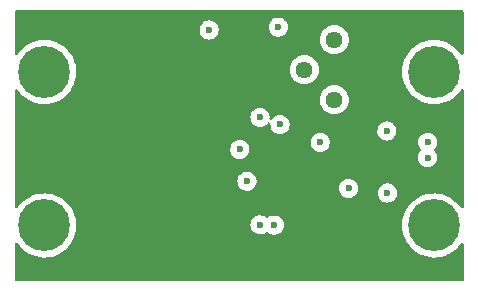
<source format=gbr>
%TF.GenerationSoftware,KiCad,Pcbnew,(6.0.4-0)*%
%TF.CreationDate,2023-08-08T10:08:01-06:00*%
%TF.ProjectId,howland,686f776c-616e-4642-9e6b-696361645f70,rev?*%
%TF.SameCoordinates,Original*%
%TF.FileFunction,Copper,L3,Inr*%
%TF.FilePolarity,Positive*%
%FSLAX46Y46*%
G04 Gerber Fmt 4.6, Leading zero omitted, Abs format (unit mm)*
G04 Created by KiCad (PCBNEW (6.0.4-0)) date 2023-08-08 10:08:01*
%MOMM*%
%LPD*%
G01*
G04 APERTURE LIST*
%TA.AperFunction,ComponentPad*%
%ADD10C,0.700000*%
%TD*%
%TA.AperFunction,ComponentPad*%
%ADD11C,4.400000*%
%TD*%
%TA.AperFunction,ComponentPad*%
%ADD12C,1.440000*%
%TD*%
%TA.AperFunction,ViaPad*%
%ADD13C,0.600000*%
%TD*%
G04 APERTURE END LIST*
D10*
%TO.N,GNDPWR*%
%TO.C,MH1*%
X101350000Y-84000000D03*
X103000000Y-82350000D03*
X104166726Y-85166726D03*
X104166726Y-82833274D03*
D11*
X103000000Y-84000000D03*
D10*
X104650000Y-84000000D03*
X101833274Y-82833274D03*
X101833274Y-85166726D03*
X103000000Y-85650000D03*
%TD*%
D11*
%TO.N,GNDPWR*%
%TO.C,MH2*%
X136000000Y-84000000D03*
D10*
X137166726Y-82833274D03*
X134350000Y-84000000D03*
X137650000Y-84000000D03*
X137166726Y-85166726D03*
X136000000Y-82350000D03*
X136000000Y-85650000D03*
X134833274Y-85166726D03*
X134833274Y-82833274D03*
%TD*%
%TO.N,GNDPWR*%
%TO.C,MH3*%
X101833274Y-98166726D03*
D11*
X103000000Y-97000000D03*
D10*
X104166726Y-98166726D03*
X101833274Y-95833274D03*
X104166726Y-95833274D03*
X103000000Y-95350000D03*
X104650000Y-97000000D03*
X101350000Y-97000000D03*
X103000000Y-98650000D03*
%TD*%
D11*
%TO.N,GNDPWR*%
%TO.C,MH4*%
X136000000Y-97000000D03*
D10*
X134833274Y-95833274D03*
X134350000Y-97000000D03*
X137650000Y-97000000D03*
X136000000Y-95350000D03*
X137166726Y-98166726D03*
X137166726Y-95833274D03*
X134833274Y-98166726D03*
X136000000Y-98650000D03*
%TD*%
D12*
%TO.N,Net-(R7-Pad2)*%
%TO.C,RV1*%
X127550000Y-86350000D03*
%TO.N,Net-(RV1-Pad2)*%
X125010000Y-83810000D03*
%TO.N,Net-(R8-Pad1)*%
X127550000Y-81270000D03*
%TD*%
D13*
%TO.N,GND*%
X127650000Y-83850000D03*
X131050000Y-86650000D03*
X136950000Y-80550000D03*
X132908411Y-81708411D03*
X135250000Y-88700989D03*
X112250000Y-80250000D03*
X132050000Y-92200000D03*
X112650000Y-88750000D03*
X137250000Y-89250000D03*
X123350000Y-94750000D03*
X116150000Y-89150000D03*
X112650000Y-93650000D03*
X127650000Y-91550000D03*
X134450000Y-93050000D03*
%TO.N,+3V3*%
X116950000Y-80450000D03*
X121250000Y-87850000D03*
X121250000Y-96950000D03*
X122800000Y-80200000D03*
%TO.N,VD*%
X135450000Y-91250000D03*
X122465000Y-96965000D03*
X122950000Y-88450000D03*
%TO.N,/Channel1/buffer/out+*%
X120150000Y-93250000D03*
X119550000Y-90550000D03*
%TO.N,/scl-rx*%
X132000000Y-89000000D03*
%TO.N,/sda-tx*%
X128750000Y-93850000D03*
X135450000Y-89950000D03*
X126350000Y-89950000D03*
X132050000Y-94249990D03*
%TD*%
%TA.AperFunction,Conductor*%
%TO.N,GND*%
G36*
X138433621Y-78778502D02*
G01*
X138480114Y-78832158D01*
X138491500Y-78884500D01*
X138491500Y-82433521D01*
X138471498Y-82501642D01*
X138417842Y-82548135D01*
X138347568Y-82558239D01*
X138282988Y-82528745D01*
X138257557Y-82498515D01*
X138236226Y-82463084D01*
X138233899Y-82460100D01*
X138233894Y-82460093D01*
X138037726Y-82208558D01*
X138037724Y-82208556D01*
X138035390Y-82205563D01*
X137805070Y-81974034D01*
X137548603Y-81771852D01*
X137269705Y-81601945D01*
X137266261Y-81600379D01*
X137266257Y-81600377D01*
X137022300Y-81489457D01*
X136972414Y-81466775D01*
X136661037Y-81368300D01*
X136443492Y-81327390D01*
X136343809Y-81308645D01*
X136343807Y-81308645D01*
X136340086Y-81307945D01*
X136014208Y-81286586D01*
X136010428Y-81286794D01*
X136010427Y-81286794D01*
X135912897Y-81292162D01*
X135688124Y-81304532D01*
X135684397Y-81305193D01*
X135684393Y-81305193D01*
X135527341Y-81333027D01*
X135366557Y-81361522D01*
X135362941Y-81362624D01*
X135362933Y-81362626D01*
X135057789Y-81455627D01*
X135054167Y-81456731D01*
X134755477Y-81588781D01*
X134730041Y-81603914D01*
X134478074Y-81753817D01*
X134478068Y-81753821D01*
X134474814Y-81755757D01*
X134471812Y-81758073D01*
X134299384Y-81891101D01*
X134216244Y-81955243D01*
X133983513Y-82184347D01*
X133981149Y-82187314D01*
X133981146Y-82187317D01*
X133790551Y-82426499D01*
X133779991Y-82439751D01*
X133608626Y-82717757D01*
X133471902Y-83014336D01*
X133470741Y-83017940D01*
X133470741Y-83017941D01*
X133462196Y-83044477D01*
X133371797Y-83325192D01*
X133371079Y-83328903D01*
X133371078Y-83328907D01*
X133310482Y-83642105D01*
X133310481Y-83642114D01*
X133309763Y-83645824D01*
X133309496Y-83649600D01*
X133309495Y-83649605D01*
X133297751Y-83815475D01*
X133286698Y-83971585D01*
X133302936Y-84297759D01*
X133303577Y-84301490D01*
X133303578Y-84301498D01*
X133356000Y-84606576D01*
X133358241Y-84619619D01*
X133359329Y-84623258D01*
X133359330Y-84623261D01*
X133435507Y-84877976D01*
X133451814Y-84932504D01*
X133453327Y-84935975D01*
X133453329Y-84935981D01*
X133508500Y-85062563D01*
X133582297Y-85231881D01*
X133584220Y-85235152D01*
X133584222Y-85235156D01*
X133626584Y-85307215D01*
X133747802Y-85513414D01*
X133750103Y-85516429D01*
X133943631Y-85770012D01*
X133943636Y-85770017D01*
X133945931Y-85773025D01*
X134173814Y-86006953D01*
X134246635Y-86065607D01*
X134425196Y-86209431D01*
X134425201Y-86209435D01*
X134428149Y-86211809D01*
X134705253Y-86384627D01*
X135001112Y-86522903D01*
X135311440Y-86624634D01*
X135631742Y-86688346D01*
X135635514Y-86688633D01*
X135635522Y-86688634D01*
X135953602Y-86712829D01*
X135953607Y-86712829D01*
X135957379Y-86713116D01*
X136283633Y-86698586D01*
X136343425Y-86688634D01*
X136602037Y-86645590D01*
X136602042Y-86645589D01*
X136605778Y-86644967D01*
X136919149Y-86553034D01*
X136922616Y-86551544D01*
X136922620Y-86551543D01*
X137215721Y-86425616D01*
X137215723Y-86425615D01*
X137219205Y-86424119D01*
X137501601Y-86260091D01*
X137762245Y-86063324D01*
X137997363Y-85836670D01*
X138203549Y-85583410D01*
X138258939Y-85495622D01*
X138312205Y-85448685D01*
X138382392Y-85437996D01*
X138447217Y-85466951D01*
X138486096Y-85526355D01*
X138491500Y-85562859D01*
X138491500Y-95433521D01*
X138471498Y-95501642D01*
X138417842Y-95548135D01*
X138347568Y-95558239D01*
X138282988Y-95528745D01*
X138257557Y-95498515D01*
X138236226Y-95463084D01*
X138233899Y-95460100D01*
X138233894Y-95460093D01*
X138037726Y-95208558D01*
X138037724Y-95208556D01*
X138035390Y-95205563D01*
X137805070Y-94974034D01*
X137548603Y-94771852D01*
X137269705Y-94601945D01*
X137266261Y-94600379D01*
X137266257Y-94600377D01*
X137155667Y-94550095D01*
X136972414Y-94466775D01*
X136661037Y-94368300D01*
X136443492Y-94327390D01*
X136343809Y-94308645D01*
X136343807Y-94308645D01*
X136340086Y-94307945D01*
X136014208Y-94286586D01*
X136010428Y-94286794D01*
X136010427Y-94286794D01*
X135912897Y-94292162D01*
X135688124Y-94304532D01*
X135684397Y-94305193D01*
X135684393Y-94305193D01*
X135527340Y-94333027D01*
X135366557Y-94361522D01*
X135362941Y-94362624D01*
X135362933Y-94362626D01*
X135057789Y-94455627D01*
X135054167Y-94456731D01*
X134755477Y-94588781D01*
X134656548Y-94647637D01*
X134478074Y-94753817D01*
X134478068Y-94753821D01*
X134474814Y-94755757D01*
X134471812Y-94758073D01*
X134290365Y-94898059D01*
X134216244Y-94955243D01*
X133983513Y-95184347D01*
X133981149Y-95187314D01*
X133981146Y-95187317D01*
X133964220Y-95208558D01*
X133779991Y-95439751D01*
X133608626Y-95717757D01*
X133471902Y-96014336D01*
X133470741Y-96017940D01*
X133470741Y-96017941D01*
X133462196Y-96044477D01*
X133371797Y-96325192D01*
X133371079Y-96328903D01*
X133371078Y-96328907D01*
X133310482Y-96642105D01*
X133310481Y-96642114D01*
X133309763Y-96645824D01*
X133309496Y-96649600D01*
X133309495Y-96649605D01*
X133288534Y-96945653D01*
X133286698Y-96971585D01*
X133288003Y-96997790D01*
X133294378Y-97125844D01*
X133302936Y-97297759D01*
X133303577Y-97301490D01*
X133303578Y-97301498D01*
X133357116Y-97613069D01*
X133358241Y-97619619D01*
X133359329Y-97623258D01*
X133359330Y-97623261D01*
X133401013Y-97762637D01*
X133451814Y-97932504D01*
X133582297Y-98231881D01*
X133584220Y-98235152D01*
X133584222Y-98235156D01*
X133626584Y-98307215D01*
X133747802Y-98513414D01*
X133750103Y-98516429D01*
X133943631Y-98770012D01*
X133943636Y-98770017D01*
X133945931Y-98773025D01*
X134173814Y-99006953D01*
X134246635Y-99065607D01*
X134425196Y-99209431D01*
X134425201Y-99209435D01*
X134428149Y-99211809D01*
X134705253Y-99384627D01*
X135001112Y-99522903D01*
X135311440Y-99624634D01*
X135631742Y-99688346D01*
X135635514Y-99688633D01*
X135635522Y-99688634D01*
X135953602Y-99712829D01*
X135953607Y-99712829D01*
X135957379Y-99713116D01*
X136283633Y-99698586D01*
X136343425Y-99688634D01*
X136602037Y-99645590D01*
X136602042Y-99645589D01*
X136605778Y-99644967D01*
X136919149Y-99553034D01*
X136922616Y-99551544D01*
X136922620Y-99551543D01*
X137215721Y-99425616D01*
X137215723Y-99425615D01*
X137219205Y-99424119D01*
X137501601Y-99260091D01*
X137762245Y-99063324D01*
X137997363Y-98836670D01*
X138203549Y-98583410D01*
X138258939Y-98495622D01*
X138312205Y-98448685D01*
X138382392Y-98437996D01*
X138447217Y-98466951D01*
X138486096Y-98526355D01*
X138491500Y-98562859D01*
X138491500Y-101615500D01*
X138471498Y-101683621D01*
X138417842Y-101730114D01*
X138365500Y-101741500D01*
X100634500Y-101741500D01*
X100566379Y-101721498D01*
X100519886Y-101667842D01*
X100508500Y-101615500D01*
X100508500Y-98569306D01*
X100528502Y-98501185D01*
X100582158Y-98454692D01*
X100652432Y-98444588D01*
X100717012Y-98474082D01*
X100743122Y-98505453D01*
X100747802Y-98513414D01*
X100750103Y-98516429D01*
X100943631Y-98770012D01*
X100943636Y-98770017D01*
X100945931Y-98773025D01*
X101173814Y-99006953D01*
X101246635Y-99065607D01*
X101425196Y-99209431D01*
X101425201Y-99209435D01*
X101428149Y-99211809D01*
X101705253Y-99384627D01*
X102001112Y-99522903D01*
X102311440Y-99624634D01*
X102631742Y-99688346D01*
X102635514Y-99688633D01*
X102635522Y-99688634D01*
X102953602Y-99712829D01*
X102953607Y-99712829D01*
X102957379Y-99713116D01*
X103283633Y-99698586D01*
X103343425Y-99688634D01*
X103602037Y-99645590D01*
X103602042Y-99645589D01*
X103605778Y-99644967D01*
X103919149Y-99553034D01*
X103922616Y-99551544D01*
X103922620Y-99551543D01*
X104215721Y-99425616D01*
X104215723Y-99425615D01*
X104219205Y-99424119D01*
X104501601Y-99260091D01*
X104762245Y-99063324D01*
X104997363Y-98836670D01*
X105203549Y-98583410D01*
X105255429Y-98501185D01*
X105375788Y-98310428D01*
X105375790Y-98310425D01*
X105377815Y-98307215D01*
X105517638Y-98012084D01*
X105544188Y-97932504D01*
X105619790Y-97705897D01*
X105619792Y-97705891D01*
X105620992Y-97702293D01*
X105686381Y-97382329D01*
X105689599Y-97342773D01*
X105712674Y-97059061D01*
X105712856Y-97056826D01*
X105713451Y-97000000D01*
X105712711Y-96987717D01*
X105709752Y-96938640D01*
X120436463Y-96938640D01*
X120454163Y-97119160D01*
X120511418Y-97291273D01*
X120515065Y-97297295D01*
X120515066Y-97297297D01*
X120568823Y-97386060D01*
X120605380Y-97446424D01*
X120731382Y-97576902D01*
X120883159Y-97676222D01*
X120889763Y-97678678D01*
X120889765Y-97678679D01*
X121046558Y-97736990D01*
X121046560Y-97736990D01*
X121053168Y-97739448D01*
X121136995Y-97750633D01*
X121225980Y-97762507D01*
X121225984Y-97762507D01*
X121232961Y-97763438D01*
X121239972Y-97762800D01*
X121239976Y-97762800D01*
X121382459Y-97749832D01*
X121413600Y-97746998D01*
X121420302Y-97744820D01*
X121420304Y-97744820D01*
X121579409Y-97693124D01*
X121579412Y-97693123D01*
X121586108Y-97690947D01*
X121712044Y-97615874D01*
X121735860Y-97601677D01*
X121735862Y-97601676D01*
X121741912Y-97598069D01*
X121760920Y-97579968D01*
X121824045Y-97547476D01*
X121894716Y-97554269D01*
X121938444Y-97583682D01*
X121946382Y-97591902D01*
X121961320Y-97601677D01*
X122092227Y-97687340D01*
X122098159Y-97691222D01*
X122104763Y-97693678D01*
X122104765Y-97693679D01*
X122261558Y-97751990D01*
X122261560Y-97751990D01*
X122268168Y-97754448D01*
X122335544Y-97763438D01*
X122440980Y-97777507D01*
X122440984Y-97777507D01*
X122447961Y-97778438D01*
X122454972Y-97777800D01*
X122454976Y-97777800D01*
X122597459Y-97764832D01*
X122628600Y-97761998D01*
X122635302Y-97759820D01*
X122635304Y-97759820D01*
X122794409Y-97708124D01*
X122794412Y-97708123D01*
X122801108Y-97705947D01*
X122939815Y-97623261D01*
X122950860Y-97616677D01*
X122950862Y-97616676D01*
X122956912Y-97613069D01*
X123088266Y-97487982D01*
X123188643Y-97336902D01*
X123253055Y-97167338D01*
X123268272Y-97059061D01*
X123277748Y-96991639D01*
X123277748Y-96991636D01*
X123278299Y-96987717D01*
X123278616Y-96965000D01*
X123258397Y-96784745D01*
X123247017Y-96752066D01*
X123201064Y-96620106D01*
X123201062Y-96620103D01*
X123198745Y-96613448D01*
X123102626Y-96459624D01*
X123010832Y-96367187D01*
X122979778Y-96335915D01*
X122979774Y-96335912D01*
X122974815Y-96330918D01*
X122965793Y-96325192D01*
X122915538Y-96293300D01*
X122821666Y-96233727D01*
X122765755Y-96213818D01*
X122657425Y-96175243D01*
X122657420Y-96175242D01*
X122650790Y-96172881D01*
X122643802Y-96172048D01*
X122643799Y-96172047D01*
X122503889Y-96155364D01*
X122470680Y-96151404D01*
X122463677Y-96152140D01*
X122463676Y-96152140D01*
X122297288Y-96169628D01*
X122297286Y-96169629D01*
X122290288Y-96170364D01*
X122118579Y-96228818D01*
X122112575Y-96232512D01*
X121970090Y-96320169D01*
X121970087Y-96320171D01*
X121964088Y-96323862D01*
X121953925Y-96333815D01*
X121891262Y-96367187D01*
X121820503Y-96361384D01*
X121776359Y-96332578D01*
X121774711Y-96330918D01*
X121759815Y-96315918D01*
X121748697Y-96308862D01*
X121630302Y-96233727D01*
X121606666Y-96218727D01*
X121577463Y-96208328D01*
X121442425Y-96160243D01*
X121442420Y-96160242D01*
X121435790Y-96157881D01*
X121428802Y-96157048D01*
X121428799Y-96157047D01*
X121305698Y-96142368D01*
X121255680Y-96136404D01*
X121248677Y-96137140D01*
X121248676Y-96137140D01*
X121082288Y-96154628D01*
X121082286Y-96154629D01*
X121075288Y-96155364D01*
X120903579Y-96213818D01*
X120871218Y-96233727D01*
X120755095Y-96305166D01*
X120755092Y-96305168D01*
X120749088Y-96308862D01*
X120744053Y-96313793D01*
X120744050Y-96313795D01*
X120634208Y-96421361D01*
X120619493Y-96435771D01*
X120521235Y-96588238D01*
X120518826Y-96594858D01*
X120518824Y-96594861D01*
X120488639Y-96677793D01*
X120459197Y-96758685D01*
X120436463Y-96938640D01*
X105709752Y-96938640D01*
X105694026Y-96677793D01*
X105694026Y-96677789D01*
X105693798Y-96674015D01*
X105688650Y-96645824D01*
X105635805Y-96356473D01*
X105635804Y-96356469D01*
X105635125Y-96352751D01*
X105629898Y-96335915D01*
X105539404Y-96044477D01*
X105538282Y-96040863D01*
X105404670Y-95742869D01*
X105236226Y-95463084D01*
X105233899Y-95460100D01*
X105233894Y-95460093D01*
X105037726Y-95208558D01*
X105037724Y-95208556D01*
X105035390Y-95205563D01*
X104805070Y-94974034D01*
X104548603Y-94771852D01*
X104269705Y-94601945D01*
X104266261Y-94600379D01*
X104266257Y-94600377D01*
X104155667Y-94550095D01*
X103972414Y-94466775D01*
X103661037Y-94368300D01*
X103443492Y-94327390D01*
X103343809Y-94308645D01*
X103343807Y-94308645D01*
X103340086Y-94307945D01*
X103014208Y-94286586D01*
X103010428Y-94286794D01*
X103010427Y-94286794D01*
X102912897Y-94292162D01*
X102688124Y-94304532D01*
X102684397Y-94305193D01*
X102684393Y-94305193D01*
X102527340Y-94333027D01*
X102366557Y-94361522D01*
X102362941Y-94362624D01*
X102362933Y-94362626D01*
X102057789Y-94455627D01*
X102054167Y-94456731D01*
X101755477Y-94588781D01*
X101656548Y-94647637D01*
X101478074Y-94753817D01*
X101478068Y-94753821D01*
X101474814Y-94755757D01*
X101471812Y-94758073D01*
X101290365Y-94898059D01*
X101216244Y-94955243D01*
X100983513Y-95184347D01*
X100981149Y-95187314D01*
X100981146Y-95187317D01*
X100964220Y-95208558D01*
X100779991Y-95439751D01*
X100778000Y-95442981D01*
X100741760Y-95501773D01*
X100688988Y-95549266D01*
X100618916Y-95560690D01*
X100553792Y-95532416D01*
X100514293Y-95473422D01*
X100508500Y-95435657D01*
X100508500Y-93238640D01*
X119336463Y-93238640D01*
X119354163Y-93419160D01*
X119411418Y-93591273D01*
X119415065Y-93597295D01*
X119415066Y-93597297D01*
X119501258Y-93739617D01*
X119505380Y-93746424D01*
X119631382Y-93876902D01*
X119783159Y-93976222D01*
X119789763Y-93978678D01*
X119789765Y-93978679D01*
X119946558Y-94036990D01*
X119946560Y-94036990D01*
X119953168Y-94039448D01*
X120036995Y-94050633D01*
X120125980Y-94062507D01*
X120125984Y-94062507D01*
X120132961Y-94063438D01*
X120139972Y-94062800D01*
X120139976Y-94062800D01*
X120282459Y-94049832D01*
X120313600Y-94046998D01*
X120320302Y-94044820D01*
X120320304Y-94044820D01*
X120479409Y-93993124D01*
X120479412Y-93993123D01*
X120486108Y-93990947D01*
X120582513Y-93933478D01*
X120635860Y-93901677D01*
X120635862Y-93901676D01*
X120641912Y-93898069D01*
X120704318Y-93838640D01*
X127936463Y-93838640D01*
X127954163Y-94019160D01*
X128011418Y-94191273D01*
X128015065Y-94197295D01*
X128015066Y-94197297D01*
X128080410Y-94305193D01*
X128105380Y-94346424D01*
X128110269Y-94351487D01*
X128110270Y-94351488D01*
X128127612Y-94369446D01*
X128231382Y-94476902D01*
X128383159Y-94576222D01*
X128389763Y-94578678D01*
X128389765Y-94578679D01*
X128546558Y-94636990D01*
X128546560Y-94636990D01*
X128553168Y-94639448D01*
X128636995Y-94650633D01*
X128725980Y-94662507D01*
X128725984Y-94662507D01*
X128732961Y-94663438D01*
X128739972Y-94662800D01*
X128739976Y-94662800D01*
X128882459Y-94649832D01*
X128913600Y-94646998D01*
X128920302Y-94644820D01*
X128920304Y-94644820D01*
X129079409Y-94593124D01*
X129079412Y-94593123D01*
X129086108Y-94590947D01*
X129241912Y-94498069D01*
X129373266Y-94372982D01*
X129462529Y-94238630D01*
X131236463Y-94238630D01*
X131254163Y-94419150D01*
X131311418Y-94591263D01*
X131315065Y-94597285D01*
X131315066Y-94597287D01*
X131354565Y-94662507D01*
X131405380Y-94746414D01*
X131531382Y-94876892D01*
X131683159Y-94976212D01*
X131689763Y-94978668D01*
X131689765Y-94978669D01*
X131846558Y-95036980D01*
X131846560Y-95036980D01*
X131853168Y-95039438D01*
X131936995Y-95050623D01*
X132025980Y-95062497D01*
X132025984Y-95062497D01*
X132032961Y-95063428D01*
X132039972Y-95062790D01*
X132039976Y-95062790D01*
X132182459Y-95049822D01*
X132213600Y-95046988D01*
X132220302Y-95044810D01*
X132220304Y-95044810D01*
X132379409Y-94993114D01*
X132379412Y-94993113D01*
X132386108Y-94990937D01*
X132541912Y-94898059D01*
X132673266Y-94772972D01*
X132773643Y-94621892D01*
X132819309Y-94501677D01*
X132835555Y-94458910D01*
X132835556Y-94458908D01*
X132838055Y-94452328D01*
X132839035Y-94445356D01*
X132862748Y-94276629D01*
X132862748Y-94276626D01*
X132863299Y-94272707D01*
X132863616Y-94249990D01*
X132843397Y-94069735D01*
X132839631Y-94058920D01*
X132786064Y-93905096D01*
X132786062Y-93905093D01*
X132783745Y-93898438D01*
X132687626Y-93744614D01*
X132595722Y-93652066D01*
X132564778Y-93620905D01*
X132564774Y-93620902D01*
X132559815Y-93615908D01*
X132548697Y-93608852D01*
X132500538Y-93578290D01*
X132406666Y-93518717D01*
X132349744Y-93498448D01*
X132242425Y-93460233D01*
X132242420Y-93460232D01*
X132235790Y-93457871D01*
X132228802Y-93457038D01*
X132228799Y-93457037D01*
X132105698Y-93442358D01*
X132055680Y-93436394D01*
X132048677Y-93437130D01*
X132048676Y-93437130D01*
X131882288Y-93454618D01*
X131882286Y-93454619D01*
X131875288Y-93455354D01*
X131703579Y-93513808D01*
X131697575Y-93517502D01*
X131555095Y-93605156D01*
X131555092Y-93605158D01*
X131549088Y-93608852D01*
X131544053Y-93613783D01*
X131544050Y-93613785D01*
X131504959Y-93652066D01*
X131419493Y-93735761D01*
X131321235Y-93888228D01*
X131318826Y-93894848D01*
X131318824Y-93894851D01*
X131261606Y-94052056D01*
X131259197Y-94058675D01*
X131236463Y-94238630D01*
X129462529Y-94238630D01*
X129473643Y-94221902D01*
X129528788Y-94076734D01*
X129535555Y-94058920D01*
X129535556Y-94058918D01*
X129538055Y-94052338D01*
X129540212Y-94036990D01*
X129562748Y-93876639D01*
X129562748Y-93876636D01*
X129563299Y-93872717D01*
X129563616Y-93850000D01*
X129543397Y-93669745D01*
X129541080Y-93663091D01*
X129486064Y-93505106D01*
X129486062Y-93505103D01*
X129483745Y-93498448D01*
X129387626Y-93344624D01*
X129320114Y-93276639D01*
X129264778Y-93220915D01*
X129264774Y-93220912D01*
X129259815Y-93215918D01*
X129248697Y-93208862D01*
X129200538Y-93178300D01*
X129106666Y-93118727D01*
X129077463Y-93108328D01*
X128942425Y-93060243D01*
X128942420Y-93060242D01*
X128935790Y-93057881D01*
X128928802Y-93057048D01*
X128928799Y-93057047D01*
X128805698Y-93042368D01*
X128755680Y-93036404D01*
X128748677Y-93037140D01*
X128748676Y-93037140D01*
X128582288Y-93054628D01*
X128582286Y-93054629D01*
X128575288Y-93055364D01*
X128403579Y-93113818D01*
X128397575Y-93117512D01*
X128255095Y-93205166D01*
X128255092Y-93205168D01*
X128249088Y-93208862D01*
X128244053Y-93213793D01*
X128244050Y-93213795D01*
X128124525Y-93330843D01*
X128119493Y-93335771D01*
X128021235Y-93488238D01*
X128018826Y-93494858D01*
X128018824Y-93494861D01*
X127972948Y-93620905D01*
X127959197Y-93658685D01*
X127936463Y-93838640D01*
X120704318Y-93838640D01*
X120773266Y-93772982D01*
X120873643Y-93621902D01*
X120938055Y-93452338D01*
X120940296Y-93436394D01*
X120962748Y-93276639D01*
X120962748Y-93276636D01*
X120963299Y-93272717D01*
X120963616Y-93250000D01*
X120943397Y-93069745D01*
X120940088Y-93060243D01*
X120886064Y-92905106D01*
X120886062Y-92905103D01*
X120883745Y-92898448D01*
X120787626Y-92744624D01*
X120773941Y-92730843D01*
X120664778Y-92620915D01*
X120664774Y-92620912D01*
X120659815Y-92615918D01*
X120648697Y-92608862D01*
X120600538Y-92578300D01*
X120506666Y-92518727D01*
X120477463Y-92508328D01*
X120342425Y-92460243D01*
X120342420Y-92460242D01*
X120335790Y-92457881D01*
X120328802Y-92457048D01*
X120328799Y-92457047D01*
X120205698Y-92442368D01*
X120155680Y-92436404D01*
X120148677Y-92437140D01*
X120148676Y-92437140D01*
X119982288Y-92454628D01*
X119982286Y-92454629D01*
X119975288Y-92455364D01*
X119803579Y-92513818D01*
X119797575Y-92517512D01*
X119655095Y-92605166D01*
X119655092Y-92605168D01*
X119649088Y-92608862D01*
X119644053Y-92613793D01*
X119644050Y-92613795D01*
X119524525Y-92730843D01*
X119519493Y-92735771D01*
X119421235Y-92888238D01*
X119418826Y-92894858D01*
X119418824Y-92894861D01*
X119367307Y-93036404D01*
X119359197Y-93058685D01*
X119336463Y-93238640D01*
X100508500Y-93238640D01*
X100508500Y-90538640D01*
X118736463Y-90538640D01*
X118754163Y-90719160D01*
X118811418Y-90891273D01*
X118815065Y-90897295D01*
X118815066Y-90897297D01*
X118825978Y-90915314D01*
X118905380Y-91046424D01*
X118910269Y-91051487D01*
X118910270Y-91051488D01*
X118925357Y-91067111D01*
X119031382Y-91176902D01*
X119037278Y-91180760D01*
X119143088Y-91250000D01*
X119183159Y-91276222D01*
X119189763Y-91278678D01*
X119189765Y-91278679D01*
X119346558Y-91336990D01*
X119346560Y-91336990D01*
X119353168Y-91339448D01*
X119436995Y-91350633D01*
X119525980Y-91362507D01*
X119525984Y-91362507D01*
X119532961Y-91363438D01*
X119539972Y-91362800D01*
X119539976Y-91362800D01*
X119682459Y-91349832D01*
X119713600Y-91346998D01*
X119720302Y-91344820D01*
X119720304Y-91344820D01*
X119879409Y-91293124D01*
X119879412Y-91293123D01*
X119886108Y-91290947D01*
X119973854Y-91238640D01*
X134636463Y-91238640D01*
X134654163Y-91419160D01*
X134711418Y-91591273D01*
X134715065Y-91597295D01*
X134715066Y-91597297D01*
X134725978Y-91615314D01*
X134805380Y-91746424D01*
X134931382Y-91876902D01*
X135083159Y-91976222D01*
X135089763Y-91978678D01*
X135089765Y-91978679D01*
X135246558Y-92036990D01*
X135246560Y-92036990D01*
X135253168Y-92039448D01*
X135336995Y-92050633D01*
X135425980Y-92062507D01*
X135425984Y-92062507D01*
X135432961Y-92063438D01*
X135439972Y-92062800D01*
X135439976Y-92062800D01*
X135582459Y-92049832D01*
X135613600Y-92046998D01*
X135620302Y-92044820D01*
X135620304Y-92044820D01*
X135779409Y-91993124D01*
X135779412Y-91993123D01*
X135786108Y-91990947D01*
X135941912Y-91898069D01*
X136073266Y-91772982D01*
X136173643Y-91621902D01*
X136238055Y-91452338D01*
X136239035Y-91445366D01*
X136262748Y-91276639D01*
X136262748Y-91276636D01*
X136263299Y-91272717D01*
X136263616Y-91250000D01*
X136243397Y-91069745D01*
X136241080Y-91063091D01*
X136186064Y-90905106D01*
X136186062Y-90905103D01*
X136183745Y-90898448D01*
X136087626Y-90744624D01*
X136032667Y-90689280D01*
X135998860Y-90626849D01*
X136004172Y-90556052D01*
X136035181Y-90509251D01*
X136068159Y-90477846D01*
X136068162Y-90477843D01*
X136073266Y-90472982D01*
X136173643Y-90321902D01*
X136238055Y-90152338D01*
X136239035Y-90145366D01*
X136262748Y-89976639D01*
X136262748Y-89976636D01*
X136263299Y-89972717D01*
X136263616Y-89950000D01*
X136243397Y-89769745D01*
X136240088Y-89760243D01*
X136186064Y-89605106D01*
X136186062Y-89605103D01*
X136183745Y-89598448D01*
X136136589Y-89522982D01*
X136091359Y-89450598D01*
X136087626Y-89444624D01*
X135984994Y-89341273D01*
X135964778Y-89320915D01*
X135964774Y-89320912D01*
X135959815Y-89315918D01*
X135948697Y-89308862D01*
X135847782Y-89244820D01*
X135806666Y-89218727D01*
X135760640Y-89202338D01*
X135642425Y-89160243D01*
X135642420Y-89160242D01*
X135635790Y-89157881D01*
X135628802Y-89157048D01*
X135628799Y-89157047D01*
X135505698Y-89142368D01*
X135455680Y-89136404D01*
X135448677Y-89137140D01*
X135448676Y-89137140D01*
X135282288Y-89154628D01*
X135282286Y-89154629D01*
X135275288Y-89155364D01*
X135103579Y-89213818D01*
X135097575Y-89217512D01*
X134955095Y-89305166D01*
X134955092Y-89305168D01*
X134949088Y-89308862D01*
X134944053Y-89313793D01*
X134944050Y-89313795D01*
X134824525Y-89430843D01*
X134819493Y-89435771D01*
X134721235Y-89588238D01*
X134718826Y-89594858D01*
X134718824Y-89594861D01*
X134670118Y-89728679D01*
X134659197Y-89758685D01*
X134636463Y-89938640D01*
X134654163Y-90119160D01*
X134711418Y-90291273D01*
X134715065Y-90297295D01*
X134715066Y-90297297D01*
X134763181Y-90376744D01*
X134805380Y-90446424D01*
X134831027Y-90472982D01*
X134868932Y-90512234D01*
X134901864Y-90575131D01*
X134895564Y-90645847D01*
X134866453Y-90689784D01*
X134829630Y-90725844D01*
X134819493Y-90735771D01*
X134721235Y-90888238D01*
X134718826Y-90894858D01*
X134718824Y-90894861D01*
X134661606Y-91052066D01*
X134659197Y-91058685D01*
X134636463Y-91238640D01*
X119973854Y-91238640D01*
X120041912Y-91198069D01*
X120173266Y-91072982D01*
X120273643Y-90921902D01*
X120315423Y-90811917D01*
X120335555Y-90758920D01*
X120335556Y-90758918D01*
X120338055Y-90752338D01*
X120339736Y-90740380D01*
X120362748Y-90576639D01*
X120362748Y-90576636D01*
X120363299Y-90572717D01*
X120363616Y-90550000D01*
X120343397Y-90369745D01*
X120341080Y-90363091D01*
X120286064Y-90205106D01*
X120286062Y-90205103D01*
X120283745Y-90198448D01*
X120187626Y-90044624D01*
X120120114Y-89976639D01*
X120082380Y-89938640D01*
X125536463Y-89938640D01*
X125554163Y-90119160D01*
X125611418Y-90291273D01*
X125615065Y-90297295D01*
X125615066Y-90297297D01*
X125663181Y-90376744D01*
X125705380Y-90446424D01*
X125831382Y-90576902D01*
X125983159Y-90676222D01*
X125989763Y-90678678D01*
X125989765Y-90678679D01*
X126146558Y-90736990D01*
X126146560Y-90736990D01*
X126153168Y-90739448D01*
X126236732Y-90750598D01*
X126325980Y-90762507D01*
X126325984Y-90762507D01*
X126332961Y-90763438D01*
X126339972Y-90762800D01*
X126339976Y-90762800D01*
X126482459Y-90749832D01*
X126513600Y-90746998D01*
X126520302Y-90744820D01*
X126520304Y-90744820D01*
X126679409Y-90693124D01*
X126679412Y-90693123D01*
X126686108Y-90690947D01*
X126841912Y-90598069D01*
X126973266Y-90472982D01*
X127073643Y-90321902D01*
X127138055Y-90152338D01*
X127139035Y-90145366D01*
X127162748Y-89976639D01*
X127162748Y-89976636D01*
X127163299Y-89972717D01*
X127163616Y-89950000D01*
X127143397Y-89769745D01*
X127140088Y-89760243D01*
X127086064Y-89605106D01*
X127086062Y-89605103D01*
X127083745Y-89598448D01*
X127036589Y-89522982D01*
X126991359Y-89450598D01*
X126987626Y-89444624D01*
X126884994Y-89341273D01*
X126864778Y-89320915D01*
X126864774Y-89320912D01*
X126859815Y-89315918D01*
X126848697Y-89308862D01*
X126747782Y-89244820D01*
X126706666Y-89218727D01*
X126660640Y-89202338D01*
X126542425Y-89160243D01*
X126542420Y-89160242D01*
X126535790Y-89157881D01*
X126528802Y-89157048D01*
X126528799Y-89157047D01*
X126405698Y-89142368D01*
X126355680Y-89136404D01*
X126348677Y-89137140D01*
X126348676Y-89137140D01*
X126182288Y-89154628D01*
X126182286Y-89154629D01*
X126175288Y-89155364D01*
X126003579Y-89213818D01*
X125997575Y-89217512D01*
X125855095Y-89305166D01*
X125855092Y-89305168D01*
X125849088Y-89308862D01*
X125844053Y-89313793D01*
X125844050Y-89313795D01*
X125724525Y-89430843D01*
X125719493Y-89435771D01*
X125621235Y-89588238D01*
X125618826Y-89594858D01*
X125618824Y-89594861D01*
X125570118Y-89728679D01*
X125559197Y-89758685D01*
X125536463Y-89938640D01*
X120082380Y-89938640D01*
X120064778Y-89920915D01*
X120064774Y-89920912D01*
X120059815Y-89915918D01*
X120048697Y-89908862D01*
X120000538Y-89878300D01*
X119906666Y-89818727D01*
X119877463Y-89808328D01*
X119742425Y-89760243D01*
X119742420Y-89760242D01*
X119735790Y-89757881D01*
X119728802Y-89757048D01*
X119728799Y-89757047D01*
X119593778Y-89740947D01*
X119555680Y-89736404D01*
X119548677Y-89737140D01*
X119548676Y-89737140D01*
X119382288Y-89754628D01*
X119382286Y-89754629D01*
X119375288Y-89755364D01*
X119203579Y-89813818D01*
X119197575Y-89817512D01*
X119055095Y-89905166D01*
X119055092Y-89905168D01*
X119049088Y-89908862D01*
X119044053Y-89913793D01*
X119044050Y-89913795D01*
X118924525Y-90030843D01*
X118919493Y-90035771D01*
X118821235Y-90188238D01*
X118818826Y-90194858D01*
X118818824Y-90194861D01*
X118774983Y-90315314D01*
X118759197Y-90358685D01*
X118736463Y-90538640D01*
X100508500Y-90538640D01*
X100508500Y-87838640D01*
X120436463Y-87838640D01*
X120454163Y-88019160D01*
X120511418Y-88191273D01*
X120515065Y-88197295D01*
X120515066Y-88197297D01*
X120563181Y-88276744D01*
X120605380Y-88346424D01*
X120731382Y-88476902D01*
X120883159Y-88576222D01*
X120889763Y-88578678D01*
X120889765Y-88578679D01*
X121046558Y-88636990D01*
X121046560Y-88636990D01*
X121053168Y-88639448D01*
X121136995Y-88650633D01*
X121225980Y-88662507D01*
X121225984Y-88662507D01*
X121232961Y-88663438D01*
X121239972Y-88662800D01*
X121239976Y-88662800D01*
X121382459Y-88649832D01*
X121413600Y-88646998D01*
X121420302Y-88644820D01*
X121420304Y-88644820D01*
X121579409Y-88593124D01*
X121579412Y-88593123D01*
X121586108Y-88590947D01*
X121741912Y-88498069D01*
X121873266Y-88372982D01*
X121911217Y-88315861D01*
X121965574Y-88270192D01*
X122035994Y-88261160D01*
X122100118Y-88291634D01*
X122137587Y-88351938D01*
X122141170Y-88401382D01*
X122136463Y-88438640D01*
X122154163Y-88619160D01*
X122211418Y-88791273D01*
X122215065Y-88797295D01*
X122215066Y-88797297D01*
X122225978Y-88815314D01*
X122305380Y-88946424D01*
X122431382Y-89076902D01*
X122437278Y-89080760D01*
X122558741Y-89160243D01*
X122583159Y-89176222D01*
X122589763Y-89178678D01*
X122589765Y-89178679D01*
X122746558Y-89236990D01*
X122746560Y-89236990D01*
X122753168Y-89239448D01*
X122836995Y-89250633D01*
X122925980Y-89262507D01*
X122925984Y-89262507D01*
X122932961Y-89263438D01*
X122939972Y-89262800D01*
X122939976Y-89262800D01*
X123082459Y-89249832D01*
X123113600Y-89246998D01*
X123120302Y-89244820D01*
X123120304Y-89244820D01*
X123279409Y-89193124D01*
X123279412Y-89193123D01*
X123286108Y-89190947D01*
X123441912Y-89098069D01*
X123556824Y-88988640D01*
X131186463Y-88988640D01*
X131204163Y-89169160D01*
X131261418Y-89341273D01*
X131265065Y-89347295D01*
X131265066Y-89347297D01*
X131320983Y-89439627D01*
X131355380Y-89496424D01*
X131481382Y-89626902D01*
X131633159Y-89726222D01*
X131639763Y-89728678D01*
X131639765Y-89728679D01*
X131796558Y-89786990D01*
X131796560Y-89786990D01*
X131803168Y-89789448D01*
X131886995Y-89800633D01*
X131975980Y-89812507D01*
X131975984Y-89812507D01*
X131982961Y-89813438D01*
X131989972Y-89812800D01*
X131989976Y-89812800D01*
X132132459Y-89799832D01*
X132163600Y-89796998D01*
X132170302Y-89794820D01*
X132170304Y-89794820D01*
X132329409Y-89743124D01*
X132329412Y-89743123D01*
X132336108Y-89740947D01*
X132491912Y-89648069D01*
X132623266Y-89522982D01*
X132723643Y-89371902D01*
X132771090Y-89246998D01*
X132785555Y-89208920D01*
X132785556Y-89208918D01*
X132788055Y-89202338D01*
X132791380Y-89178679D01*
X132812748Y-89026639D01*
X132812748Y-89026636D01*
X132813299Y-89022717D01*
X132813616Y-89000000D01*
X132793397Y-88819745D01*
X132791080Y-88813091D01*
X132736064Y-88655106D01*
X132736062Y-88655103D01*
X132733745Y-88648448D01*
X132637626Y-88494624D01*
X132623941Y-88480843D01*
X132514778Y-88370915D01*
X132514774Y-88370912D01*
X132509815Y-88365918D01*
X132498697Y-88358862D01*
X132430939Y-88315862D01*
X132356666Y-88268727D01*
X132327463Y-88258328D01*
X132192425Y-88210243D01*
X132192420Y-88210242D01*
X132185790Y-88207881D01*
X132178802Y-88207048D01*
X132178799Y-88207047D01*
X132046512Y-88191273D01*
X132005680Y-88186404D01*
X131998677Y-88187140D01*
X131998676Y-88187140D01*
X131832288Y-88204628D01*
X131832286Y-88204629D01*
X131825288Y-88205364D01*
X131653579Y-88263818D01*
X131608365Y-88291634D01*
X131505095Y-88355166D01*
X131505092Y-88355168D01*
X131499088Y-88358862D01*
X131494053Y-88363793D01*
X131494050Y-88363795D01*
X131374610Y-88480760D01*
X131369493Y-88485771D01*
X131271235Y-88638238D01*
X131268826Y-88644858D01*
X131268824Y-88644861D01*
X131262295Y-88662800D01*
X131209197Y-88808685D01*
X131186463Y-88988640D01*
X123556824Y-88988640D01*
X123573266Y-88972982D01*
X123673643Y-88821902D01*
X123715423Y-88711917D01*
X123735555Y-88658920D01*
X123735556Y-88658918D01*
X123738055Y-88652338D01*
X123740212Y-88636990D01*
X123762748Y-88476639D01*
X123762748Y-88476636D01*
X123763299Y-88472717D01*
X123763616Y-88450000D01*
X123743397Y-88269745D01*
X123740542Y-88261547D01*
X123686064Y-88105106D01*
X123686062Y-88105103D01*
X123683745Y-88098448D01*
X123587626Y-87944624D01*
X123573941Y-87930843D01*
X123464778Y-87820915D01*
X123464774Y-87820912D01*
X123459815Y-87815918D01*
X123448697Y-87808862D01*
X123400538Y-87778300D01*
X123306666Y-87718727D01*
X123277463Y-87708328D01*
X123142425Y-87660243D01*
X123142420Y-87660242D01*
X123135790Y-87657881D01*
X123128802Y-87657048D01*
X123128799Y-87657047D01*
X123005698Y-87642368D01*
X122955680Y-87636404D01*
X122948677Y-87637140D01*
X122948676Y-87637140D01*
X122782288Y-87654628D01*
X122782286Y-87654629D01*
X122775288Y-87655364D01*
X122603579Y-87713818D01*
X122597575Y-87717512D01*
X122455095Y-87805166D01*
X122455092Y-87805168D01*
X122449088Y-87808862D01*
X122444053Y-87813793D01*
X122444050Y-87813795D01*
X122324525Y-87930843D01*
X122319493Y-87935771D01*
X122315680Y-87941688D01*
X122315679Y-87941689D01*
X122290956Y-87980052D01*
X122237241Y-88026476D01*
X122166954Y-88036490D01*
X122102411Y-88006915D01*
X122064104Y-87947140D01*
X122060271Y-87894261D01*
X122063299Y-87872717D01*
X122063616Y-87850000D01*
X122043397Y-87669745D01*
X122040088Y-87660243D01*
X121986064Y-87505106D01*
X121986062Y-87505103D01*
X121983745Y-87498448D01*
X121887626Y-87344624D01*
X121873941Y-87330843D01*
X121764778Y-87220915D01*
X121764774Y-87220912D01*
X121759815Y-87215918D01*
X121748697Y-87208862D01*
X121650549Y-87146576D01*
X121606666Y-87118727D01*
X121577463Y-87108328D01*
X121442425Y-87060243D01*
X121442420Y-87060242D01*
X121435790Y-87057881D01*
X121428802Y-87057048D01*
X121428799Y-87057047D01*
X121305698Y-87042368D01*
X121255680Y-87036404D01*
X121248677Y-87037140D01*
X121248676Y-87037140D01*
X121082288Y-87054628D01*
X121082286Y-87054629D01*
X121075288Y-87055364D01*
X120903579Y-87113818D01*
X120897575Y-87117512D01*
X120755095Y-87205166D01*
X120755092Y-87205168D01*
X120749088Y-87208862D01*
X120744053Y-87213793D01*
X120744050Y-87213795D01*
X120624525Y-87330843D01*
X120619493Y-87335771D01*
X120521235Y-87488238D01*
X120518826Y-87494858D01*
X120518824Y-87494861D01*
X120486848Y-87582714D01*
X120459197Y-87658685D01*
X120436463Y-87838640D01*
X100508500Y-87838640D01*
X100508500Y-85569306D01*
X100528502Y-85501185D01*
X100582158Y-85454692D01*
X100652432Y-85444588D01*
X100717012Y-85474082D01*
X100743122Y-85505453D01*
X100747802Y-85513414D01*
X100750103Y-85516429D01*
X100943631Y-85770012D01*
X100943636Y-85770017D01*
X100945931Y-85773025D01*
X101173814Y-86006953D01*
X101246635Y-86065607D01*
X101425196Y-86209431D01*
X101425201Y-86209435D01*
X101428149Y-86211809D01*
X101705253Y-86384627D01*
X102001112Y-86522903D01*
X102311440Y-86624634D01*
X102631742Y-86688346D01*
X102635514Y-86688633D01*
X102635522Y-86688634D01*
X102953602Y-86712829D01*
X102953607Y-86712829D01*
X102957379Y-86713116D01*
X103283633Y-86698586D01*
X103343425Y-86688634D01*
X103602037Y-86645590D01*
X103602042Y-86645589D01*
X103605778Y-86644967D01*
X103919149Y-86553034D01*
X103922616Y-86551544D01*
X103922620Y-86551543D01*
X104215721Y-86425616D01*
X104215723Y-86425615D01*
X104219205Y-86424119D01*
X104346811Y-86350000D01*
X126316807Y-86350000D01*
X126335542Y-86564142D01*
X126336966Y-86569455D01*
X126336966Y-86569457D01*
X126368823Y-86688346D01*
X126391178Y-86771777D01*
X126482024Y-86966596D01*
X126605319Y-87142681D01*
X126757319Y-87294681D01*
X126933403Y-87417976D01*
X126938381Y-87420297D01*
X126938384Y-87420299D01*
X127105976Y-87498448D01*
X127128223Y-87508822D01*
X127133531Y-87510244D01*
X127133533Y-87510245D01*
X127330543Y-87563034D01*
X127330545Y-87563034D01*
X127335858Y-87564458D01*
X127550000Y-87583193D01*
X127764142Y-87564458D01*
X127769455Y-87563034D01*
X127769457Y-87563034D01*
X127966467Y-87510245D01*
X127966469Y-87510244D01*
X127971777Y-87508822D01*
X127994024Y-87498448D01*
X128161616Y-87420299D01*
X128161619Y-87420297D01*
X128166597Y-87417976D01*
X128342681Y-87294681D01*
X128494681Y-87142681D01*
X128617976Y-86966596D01*
X128708822Y-86771777D01*
X128731178Y-86688346D01*
X128763034Y-86569457D01*
X128763034Y-86569455D01*
X128764458Y-86564142D01*
X128783193Y-86350000D01*
X128764458Y-86135858D01*
X128745634Y-86065607D01*
X128710245Y-85933533D01*
X128710244Y-85933531D01*
X128708822Y-85928223D01*
X128664756Y-85833723D01*
X128620299Y-85738385D01*
X128620297Y-85738382D01*
X128617976Y-85733404D01*
X128494681Y-85557319D01*
X128342681Y-85405319D01*
X128166597Y-85282024D01*
X128161619Y-85279703D01*
X128161616Y-85279701D01*
X127976759Y-85193501D01*
X127976758Y-85193500D01*
X127971777Y-85191178D01*
X127966469Y-85189756D01*
X127966467Y-85189755D01*
X127769457Y-85136966D01*
X127769455Y-85136966D01*
X127764142Y-85135542D01*
X127550000Y-85116807D01*
X127335858Y-85135542D01*
X127330545Y-85136966D01*
X127330543Y-85136966D01*
X127133533Y-85189755D01*
X127133531Y-85189756D01*
X127128223Y-85191178D01*
X127123243Y-85193500D01*
X127123241Y-85193501D01*
X126938385Y-85279701D01*
X126938382Y-85279703D01*
X126933404Y-85282024D01*
X126757319Y-85405319D01*
X126605319Y-85557319D01*
X126482024Y-85733404D01*
X126479703Y-85738382D01*
X126479701Y-85738385D01*
X126435244Y-85833723D01*
X126391178Y-85928223D01*
X126389756Y-85933531D01*
X126389755Y-85933533D01*
X126354366Y-86065607D01*
X126335542Y-86135858D01*
X126316807Y-86350000D01*
X104346811Y-86350000D01*
X104501601Y-86260091D01*
X104762245Y-86063324D01*
X104997363Y-85836670D01*
X105203549Y-85583410D01*
X105255429Y-85501185D01*
X105375788Y-85310428D01*
X105375790Y-85310425D01*
X105377815Y-85307215D01*
X105517638Y-85012084D01*
X105531597Y-84970245D01*
X105619790Y-84705897D01*
X105619792Y-84705891D01*
X105620992Y-84702293D01*
X105686381Y-84382329D01*
X105692956Y-84301498D01*
X105712674Y-84059061D01*
X105712856Y-84056826D01*
X105713451Y-84000000D01*
X105711510Y-83967796D01*
X105701997Y-83810000D01*
X123776807Y-83810000D01*
X123795542Y-84024142D01*
X123796966Y-84029455D01*
X123796966Y-84029457D01*
X123804899Y-84059061D01*
X123851178Y-84231777D01*
X123853500Y-84236757D01*
X123853501Y-84236759D01*
X123923122Y-84386060D01*
X123942024Y-84426596D01*
X124065319Y-84602681D01*
X124217319Y-84754681D01*
X124393403Y-84877976D01*
X124398381Y-84880297D01*
X124398384Y-84880299D01*
X124517795Y-84935981D01*
X124588223Y-84968822D01*
X124593531Y-84970244D01*
X124593533Y-84970245D01*
X124790543Y-85023034D01*
X124790545Y-85023034D01*
X124795858Y-85024458D01*
X125010000Y-85043193D01*
X125224142Y-85024458D01*
X125229455Y-85023034D01*
X125229457Y-85023034D01*
X125426467Y-84970245D01*
X125426469Y-84970244D01*
X125431777Y-84968822D01*
X125502205Y-84935981D01*
X125621616Y-84880299D01*
X125621619Y-84880297D01*
X125626597Y-84877976D01*
X125802681Y-84754681D01*
X125954681Y-84602681D01*
X126077976Y-84426596D01*
X126096879Y-84386060D01*
X126166499Y-84236759D01*
X126166500Y-84236757D01*
X126168822Y-84231777D01*
X126215102Y-84059061D01*
X126223034Y-84029457D01*
X126223034Y-84029455D01*
X126224458Y-84024142D01*
X126243193Y-83810000D01*
X126224458Y-83595858D01*
X126168822Y-83388223D01*
X126150597Y-83349140D01*
X126080299Y-83198385D01*
X126080297Y-83198382D01*
X126077976Y-83193404D01*
X125954681Y-83017319D01*
X125802681Y-82865319D01*
X125626597Y-82742024D01*
X125621619Y-82739703D01*
X125621616Y-82739701D01*
X125436759Y-82653501D01*
X125436758Y-82653500D01*
X125431777Y-82651178D01*
X125426469Y-82649756D01*
X125426467Y-82649755D01*
X125229457Y-82596966D01*
X125229455Y-82596966D01*
X125224142Y-82595542D01*
X125010000Y-82576807D01*
X124795858Y-82595542D01*
X124790545Y-82596966D01*
X124790543Y-82596966D01*
X124593533Y-82649755D01*
X124593531Y-82649756D01*
X124588223Y-82651178D01*
X124583243Y-82653500D01*
X124583241Y-82653501D01*
X124398385Y-82739701D01*
X124398382Y-82739703D01*
X124393404Y-82742024D01*
X124217319Y-82865319D01*
X124065319Y-83017319D01*
X123942024Y-83193404D01*
X123939703Y-83198382D01*
X123939701Y-83198385D01*
X123869403Y-83349140D01*
X123851178Y-83388223D01*
X123795542Y-83595858D01*
X123776807Y-83810000D01*
X105701997Y-83810000D01*
X105694026Y-83677793D01*
X105694026Y-83677789D01*
X105693798Y-83674015D01*
X105688650Y-83645824D01*
X105635805Y-83356473D01*
X105635804Y-83356469D01*
X105635125Y-83352751D01*
X105627722Y-83328907D01*
X105539404Y-83044477D01*
X105538282Y-83040863D01*
X105404670Y-82742869D01*
X105236226Y-82463084D01*
X105233899Y-82460100D01*
X105233894Y-82460093D01*
X105037726Y-82208558D01*
X105037724Y-82208556D01*
X105035390Y-82205563D01*
X104805070Y-81974034D01*
X104548603Y-81771852D01*
X104269705Y-81601945D01*
X104266261Y-81600379D01*
X104266257Y-81600377D01*
X104022300Y-81489457D01*
X103972414Y-81466775D01*
X103661037Y-81368300D01*
X103443492Y-81327390D01*
X103343809Y-81308645D01*
X103343807Y-81308645D01*
X103340086Y-81307945D01*
X103014208Y-81286586D01*
X103010428Y-81286794D01*
X103010427Y-81286794D01*
X102912897Y-81292162D01*
X102688124Y-81304532D01*
X102684397Y-81305193D01*
X102684393Y-81305193D01*
X102527341Y-81333027D01*
X102366557Y-81361522D01*
X102362941Y-81362624D01*
X102362933Y-81362626D01*
X102057789Y-81455627D01*
X102054167Y-81456731D01*
X101755477Y-81588781D01*
X101730041Y-81603914D01*
X101478074Y-81753817D01*
X101478068Y-81753821D01*
X101474814Y-81755757D01*
X101471812Y-81758073D01*
X101299384Y-81891101D01*
X101216244Y-81955243D01*
X100983513Y-82184347D01*
X100981149Y-82187314D01*
X100981146Y-82187317D01*
X100790551Y-82426499D01*
X100779991Y-82439751D01*
X100778000Y-82442981D01*
X100741760Y-82501773D01*
X100688988Y-82549266D01*
X100618916Y-82560690D01*
X100553792Y-82532416D01*
X100514293Y-82473422D01*
X100508500Y-82435657D01*
X100508500Y-81270000D01*
X126316807Y-81270000D01*
X126335542Y-81484142D01*
X126336966Y-81489455D01*
X126336966Y-81489457D01*
X126363169Y-81587245D01*
X126391178Y-81691777D01*
X126482024Y-81886596D01*
X126605319Y-82062681D01*
X126757319Y-82214681D01*
X126933403Y-82337976D01*
X126938381Y-82340297D01*
X126938384Y-82340299D01*
X127123241Y-82426499D01*
X127128223Y-82428822D01*
X127133531Y-82430244D01*
X127133533Y-82430245D01*
X127330543Y-82483034D01*
X127330545Y-82483034D01*
X127335858Y-82484458D01*
X127550000Y-82503193D01*
X127764142Y-82484458D01*
X127769455Y-82483034D01*
X127769457Y-82483034D01*
X127966467Y-82430245D01*
X127966469Y-82430244D01*
X127971777Y-82428822D01*
X127976759Y-82426499D01*
X128161616Y-82340299D01*
X128161619Y-82340297D01*
X128166597Y-82337976D01*
X128342681Y-82214681D01*
X128494681Y-82062681D01*
X128617976Y-81886596D01*
X128708822Y-81691777D01*
X128736832Y-81587245D01*
X128763034Y-81489457D01*
X128763034Y-81489455D01*
X128764458Y-81484142D01*
X128783193Y-81270000D01*
X128764458Y-81055858D01*
X128748858Y-80997637D01*
X128710245Y-80853533D01*
X128710244Y-80853531D01*
X128708822Y-80848223D01*
X128682266Y-80791273D01*
X128620299Y-80658385D01*
X128620297Y-80658382D01*
X128617976Y-80653404D01*
X128494681Y-80477319D01*
X128342681Y-80325319D01*
X128166597Y-80202024D01*
X128161619Y-80199703D01*
X128161616Y-80199701D01*
X127976759Y-80113501D01*
X127976758Y-80113500D01*
X127971777Y-80111178D01*
X127966469Y-80109756D01*
X127966467Y-80109755D01*
X127769457Y-80056966D01*
X127769455Y-80056966D01*
X127764142Y-80055542D01*
X127550000Y-80036807D01*
X127335858Y-80055542D01*
X127330545Y-80056966D01*
X127330543Y-80056966D01*
X127133533Y-80109755D01*
X127133531Y-80109756D01*
X127128223Y-80111178D01*
X127123243Y-80113500D01*
X127123241Y-80113501D01*
X126938385Y-80199701D01*
X126938382Y-80199703D01*
X126933404Y-80202024D01*
X126757319Y-80325319D01*
X126605319Y-80477319D01*
X126482024Y-80653404D01*
X126479703Y-80658382D01*
X126479701Y-80658385D01*
X126417734Y-80791273D01*
X126391178Y-80848223D01*
X126389756Y-80853531D01*
X126389755Y-80853533D01*
X126351142Y-80997637D01*
X126335542Y-81055858D01*
X126316807Y-81270000D01*
X100508500Y-81270000D01*
X100508500Y-80438640D01*
X116136463Y-80438640D01*
X116154163Y-80619160D01*
X116211418Y-80791273D01*
X116215065Y-80797295D01*
X116215066Y-80797297D01*
X116299879Y-80937340D01*
X116305380Y-80946424D01*
X116431382Y-81076902D01*
X116583159Y-81176222D01*
X116589763Y-81178678D01*
X116589765Y-81178679D01*
X116746558Y-81236990D01*
X116746560Y-81236990D01*
X116753168Y-81239448D01*
X116836995Y-81250633D01*
X116925980Y-81262507D01*
X116925984Y-81262507D01*
X116932961Y-81263438D01*
X116939972Y-81262800D01*
X116939976Y-81262800D01*
X117082459Y-81249832D01*
X117113600Y-81246998D01*
X117120302Y-81244820D01*
X117120304Y-81244820D01*
X117279409Y-81193124D01*
X117279412Y-81193123D01*
X117286108Y-81190947D01*
X117441912Y-81098069D01*
X117573266Y-80972982D01*
X117673643Y-80821902D01*
X117715423Y-80711917D01*
X117735555Y-80658920D01*
X117735556Y-80658918D01*
X117738055Y-80652338D01*
X117739035Y-80645366D01*
X117762748Y-80476639D01*
X117762748Y-80476636D01*
X117763299Y-80472717D01*
X117763616Y-80450000D01*
X117743397Y-80269745D01*
X117741080Y-80263091D01*
X117715154Y-80188640D01*
X121986463Y-80188640D01*
X122004163Y-80369160D01*
X122061418Y-80541273D01*
X122065065Y-80547295D01*
X122065066Y-80547297D01*
X122128681Y-80652338D01*
X122155380Y-80696424D01*
X122281382Y-80826902D01*
X122433159Y-80926222D01*
X122439763Y-80928678D01*
X122439765Y-80928679D01*
X122596558Y-80986990D01*
X122596560Y-80986990D01*
X122603168Y-80989448D01*
X122686995Y-81000633D01*
X122775980Y-81012507D01*
X122775984Y-81012507D01*
X122782961Y-81013438D01*
X122789972Y-81012800D01*
X122789976Y-81012800D01*
X122932459Y-80999832D01*
X122963600Y-80996998D01*
X122970302Y-80994820D01*
X122970304Y-80994820D01*
X123129409Y-80943124D01*
X123129412Y-80943123D01*
X123136108Y-80940947D01*
X123232513Y-80883478D01*
X123285860Y-80851677D01*
X123285862Y-80851676D01*
X123291912Y-80848069D01*
X123423266Y-80722982D01*
X123523643Y-80571902D01*
X123588055Y-80402338D01*
X123589035Y-80395366D01*
X123612748Y-80226639D01*
X123612748Y-80226636D01*
X123613299Y-80222717D01*
X123613616Y-80200000D01*
X123593397Y-80019745D01*
X123591080Y-80013091D01*
X123536064Y-79855106D01*
X123536062Y-79855103D01*
X123533745Y-79848448D01*
X123506700Y-79805166D01*
X123441359Y-79700598D01*
X123437626Y-79694624D01*
X123401139Y-79657881D01*
X123314778Y-79570915D01*
X123314774Y-79570912D01*
X123309815Y-79565918D01*
X123298697Y-79558862D01*
X123250538Y-79528300D01*
X123156666Y-79468727D01*
X123127463Y-79458328D01*
X122992425Y-79410243D01*
X122992420Y-79410242D01*
X122985790Y-79407881D01*
X122978802Y-79407048D01*
X122978799Y-79407047D01*
X122855698Y-79392368D01*
X122805680Y-79386404D01*
X122798677Y-79387140D01*
X122798676Y-79387140D01*
X122632288Y-79404628D01*
X122632286Y-79404629D01*
X122625288Y-79405364D01*
X122453579Y-79463818D01*
X122447575Y-79467512D01*
X122305095Y-79555166D01*
X122305092Y-79555168D01*
X122299088Y-79558862D01*
X122294053Y-79563793D01*
X122294050Y-79563795D01*
X122197973Y-79657881D01*
X122169493Y-79685771D01*
X122071235Y-79838238D01*
X122068826Y-79844858D01*
X122068824Y-79844861D01*
X122034332Y-79939627D01*
X122009197Y-80008685D01*
X121986463Y-80188640D01*
X117715154Y-80188640D01*
X117686064Y-80105106D01*
X117686062Y-80105103D01*
X117683745Y-80098448D01*
X117587626Y-79944624D01*
X117573941Y-79930843D01*
X117464778Y-79820915D01*
X117464774Y-79820912D01*
X117459815Y-79815918D01*
X117448697Y-79808862D01*
X117400538Y-79778300D01*
X117306666Y-79718727D01*
X117238977Y-79694624D01*
X117142425Y-79660243D01*
X117142420Y-79660242D01*
X117135790Y-79657881D01*
X117128802Y-79657048D01*
X117128799Y-79657047D01*
X117005698Y-79642368D01*
X116955680Y-79636404D01*
X116948677Y-79637140D01*
X116948676Y-79637140D01*
X116782288Y-79654628D01*
X116782286Y-79654629D01*
X116775288Y-79655364D01*
X116603579Y-79713818D01*
X116597575Y-79717512D01*
X116455095Y-79805166D01*
X116455092Y-79805168D01*
X116449088Y-79808862D01*
X116444053Y-79813793D01*
X116444050Y-79813795D01*
X116412327Y-79844861D01*
X116319493Y-79935771D01*
X116221235Y-80088238D01*
X116218826Y-80094858D01*
X116218824Y-80094861D01*
X116172288Y-80222717D01*
X116159197Y-80258685D01*
X116136463Y-80438640D01*
X100508500Y-80438640D01*
X100508500Y-78884500D01*
X100528502Y-78816379D01*
X100582158Y-78769886D01*
X100634500Y-78758500D01*
X138365500Y-78758500D01*
X138433621Y-78778502D01*
G37*
%TD.AperFunction*%
%TD*%
M02*

</source>
